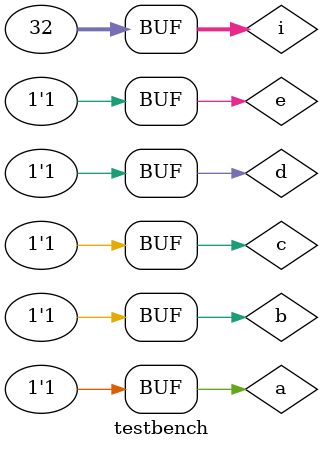
<source format=v>
module testbench; 

   reg a;
	reg b;
	reg c;
	reg d;
	reg e;

	wire  z;
	integer i; 

	
	combo_2 u0(.a(a), .b(b), .c(c), .d(d), .e(e), .z(z));

    
   initial begin
			
		a <= 0;
		b <= 0;
		c <= 0; 
		d <= 0;
		e <= 0;
		 
		$monitor(" a=%0b b=%0b c=%0b d=%0b e=%0b z=%0b", a, b, c, d, e, z);
		for (i = 0; i < 32; i = i + 1) begin
				{a, b, c, d, e} = i;
				#10;
		end     
    end 
endmodule
</source>
